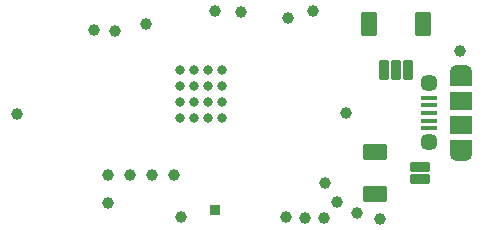
<source format=gbr>
G04 #@! TF.GenerationSoftware,KiCad,Pcbnew,7.0.10-7.0.10~ubuntu22.04.1*
G04 #@! TF.CreationDate,2024-02-23T22:34:40+01:00*
G04 #@! TF.ProjectId,dictofun,64696374-6f66-4756-9e2e-6b696361645f,rev?*
G04 #@! TF.SameCoordinates,Original*
G04 #@! TF.FileFunction,Soldermask,Bot*
G04 #@! TF.FilePolarity,Negative*
%FSLAX45Y45*%
G04 Gerber Fmt 4.5, Leading zero omitted, Abs format (unit mm)*
G04 Created by KiCad (PCBNEW 7.0.10-7.0.10~ubuntu22.04.1) date 2024-02-23 22:34:40*
%MOMM*%
%LPD*%
G01*
G04 APERTURE LIST*
G04 Aperture macros list*
%AMRoundRect*
0 Rectangle with rounded corners*
0 $1 Rounding radius*
0 $2 $3 $4 $5 $6 $7 $8 $9 X,Y pos of 4 corners*
0 Add a 4 corners polygon primitive as box body*
4,1,4,$2,$3,$4,$5,$6,$7,$8,$9,$2,$3,0*
0 Add four circle primitives for the rounded corners*
1,1,$1+$1,$2,$3*
1,1,$1+$1,$4,$5*
1,1,$1+$1,$6,$7*
1,1,$1+$1,$8,$9*
0 Add four rect primitives between the rounded corners*
20,1,$1+$1,$2,$3,$4,$5,0*
20,1,$1+$1,$4,$5,$6,$7,0*
20,1,$1+$1,$6,$7,$8,$9,0*
20,1,$1+$1,$8,$9,$2,$3,0*%
G04 Aperture macros list end*
%ADD10C,1.000000*%
%ADD11R,0.850000X0.850000*%
%ADD12C,0.814000*%
%ADD13R,1.350000X0.400000*%
%ADD14O,1.900000X1.200000*%
%ADD15R,1.900000X1.200000*%
%ADD16C,1.450000*%
%ADD17R,1.900000X1.500000*%
%ADD18RoundRect,0.102000X-0.300000X0.775000X-0.300000X-0.775000X0.300000X-0.775000X0.300000X0.775000X0*%
%ADD19RoundRect,0.102000X0.600000X0.900000X-0.600000X0.900000X-0.600000X-0.900000X0.600000X-0.900000X0*%
%ADD20RoundRect,0.102000X-0.775000X-0.300000X0.775000X-0.300000X0.775000X0.300000X-0.775000X0.300000X0*%
%ADD21RoundRect,0.102000X-0.900000X-0.600000X0.900000X-0.600000X0.900000X0.600000X-0.900000X0.600000X0*%
G04 APERTURE END LIST*
D10*
X11596000Y-9911000D03*
X15340000Y-9374000D03*
D11*
X13265000Y-10725000D03*
D12*
X12970000Y-9540000D03*
X12970000Y-9673300D03*
X12970000Y-9806700D03*
X12970000Y-9940000D03*
X13090000Y-9540000D03*
X13090000Y-9673300D03*
X13090000Y-9806700D03*
X13090000Y-9940000D03*
X13210000Y-9540000D03*
X13210000Y-9673300D03*
X13210000Y-9806700D03*
X13210000Y-9940000D03*
X13330000Y-9540000D03*
X13330000Y-9673300D03*
X13330000Y-9806700D03*
X13330000Y-9940000D03*
D10*
X13870000Y-10785000D03*
X14377000Y-9900000D03*
X14200000Y-10490000D03*
X14190000Y-10790000D03*
X12360000Y-10665000D03*
X14098000Y-9040000D03*
D13*
X15080000Y-9770000D03*
X15080000Y-9835000D03*
X15080000Y-9900000D03*
X15080000Y-9965000D03*
X15080000Y-10030000D03*
D14*
X15350000Y-9550000D03*
D15*
X15350000Y-9610000D03*
D16*
X15080000Y-9650000D03*
D17*
X15350000Y-9800000D03*
X15350000Y-10000000D03*
D16*
X15080000Y-10150000D03*
D15*
X15350000Y-10190000D03*
D14*
X15350000Y-10250000D03*
D10*
X13265000Y-9040000D03*
X12735000Y-10430000D03*
X13885000Y-9095000D03*
X12361667Y-10430000D03*
X12921667Y-10430000D03*
D18*
X14700000Y-9537500D03*
X14800000Y-9537500D03*
X14900000Y-9537500D03*
D19*
X14570000Y-9150000D03*
X15030000Y-9150000D03*
D10*
X12548333Y-10430000D03*
X12688000Y-9148000D03*
X14035000Y-10790000D03*
X14665000Y-10795000D03*
X12425000Y-9203000D03*
X14300000Y-10655000D03*
X12985000Y-10785000D03*
D20*
X15007500Y-10460000D03*
X15007500Y-10360000D03*
D21*
X14620000Y-10590000D03*
X14620000Y-10230000D03*
D10*
X14470000Y-10750000D03*
X12245532Y-9200000D03*
X13490000Y-9045000D03*
M02*

</source>
